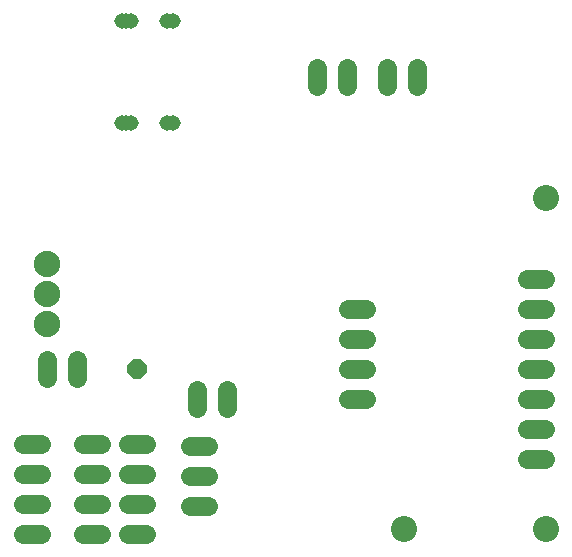
<source format=gbs>
%MOIN*%
%OFA0B0*%
%FSLAX34Y34*%
%IPPOS*%
%LPD*%
%AMOC8*
5,1,8,0,0,$1,22.5*%
%AMOC80*
5,1,8,0,0,$1,202.5*%
%AMOC81*
5,1,8,0,0,$1,112.5*%
%ADD10C,0.088251968503937017*%
%ADD11C,0.064*%
%ADD12P,0.069272952755905517X8X22.5*%
%ADD23C,0.064*%
%ADD24C,0.051559055118110243*%
%ADD25C,0.086677165354330718*%
%ADD26C,0.064*%
G75*
G01*
D10*
X0000000Y0000000D02*
X0001500Y0008000D03*
X0001500Y0009000D03*
X0001500Y0010000D03*
D11*
X0002500Y0006799D02*
X0002500Y0006200D01*
X0001500Y0006200D02*
X0001500Y0006799D01*
X0001300Y0001000D02*
X0000700Y0001000D01*
X0000700Y0002000D02*
X0001300Y0002000D01*
X0001300Y0003000D02*
X0000700Y0003000D01*
X0000700Y0004000D02*
X0001300Y0004000D01*
X0002700Y0001000D02*
X0003300Y0001000D01*
X0003300Y0002000D02*
X0002700Y0002000D01*
X0002700Y0003000D02*
X0003300Y0003000D01*
X0003300Y0004000D02*
X0002700Y0004000D01*
D12*
X0004500Y0006500D03*
D11*
X0004800Y0001000D02*
X0004199Y0001000D01*
X0004199Y0002000D02*
X0004800Y0002000D01*
X0004800Y0003000D02*
X0004199Y0003000D01*
X0004199Y0004000D02*
X0004800Y0004000D01*
X0007500Y0005200D02*
X0007500Y0005800D01*
X0006500Y0005800D02*
X0006500Y0005200D01*
X0006250Y0001950D02*
X0006850Y0001950D01*
X0006850Y0002950D02*
X0006250Y0002950D01*
X0006250Y0003950D02*
X0006850Y0003950D01*
G04 next file*
G04 EAGLE Gerber RS-274X export*
G75*
G01*
G04 Define Apertures*
D23*
X0013829Y0016547D02*
X0013829Y0015947D01*
X0012829Y0015947D02*
X0012829Y0016547D01*
X0010479Y0016549D02*
X0010479Y0015949D01*
X0011479Y0015949D02*
X0011479Y0016549D01*
D24*
X0003979Y0018098D03*
X0004137Y0018098D03*
X0004294Y0018098D03*
X0005495Y0018098D03*
X0005692Y0018098D03*
X0003979Y0014696D03*
X0004137Y0014696D03*
X0004294Y0014696D03*
X0005495Y0014696D03*
X0005692Y0014696D03*
G04 next file*
G04 EAGLE Gerber RS-274X export*
G75*
G01*
G04 Define Apertures*
D25*
X0019291Y0000000D02*
X0018110Y0001181D03*
X0018110Y0012204D03*
X0013385Y0001181D03*
D26*
X0012128Y0008515D02*
X0011528Y0008515D01*
X0011528Y0007515D02*
X0012128Y0007515D01*
X0012128Y0006515D02*
X0011528Y0006515D01*
X0011528Y0005515D02*
X0012128Y0005515D01*
X0017491Y0009500D02*
X0018091Y0009500D01*
X0018091Y0008500D02*
X0017491Y0008500D01*
X0017491Y0007500D02*
X0018091Y0007500D01*
X0018091Y0006500D02*
X0017491Y0006500D01*
X0017491Y0005500D02*
X0018091Y0005500D01*
X0018091Y0004500D02*
X0017491Y0004500D01*
X0017491Y0003500D02*
X0018091Y0003500D01*
M02*
</source>
